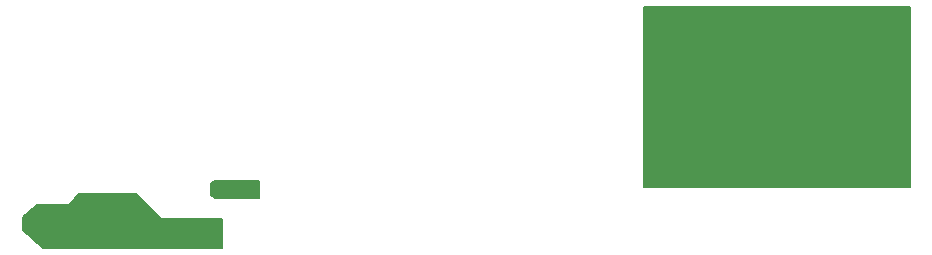
<source format=gbr>
%TF.GenerationSoftware,KiCad,Pcbnew,(6.0.7)*%
%TF.CreationDate,2022-09-05T21:16:32+02:00*%
%TF.ProjectId,rcp2n64adv2,72637032-6e36-4346-9164-76322e6b6963,v20220903*%
%TF.SameCoordinates,Original*%
%TF.FileFunction,Other,User*%
%FSLAX46Y46*%
G04 Gerber Fmt 4.6, Leading zero omitted, Abs format (unit mm)*
G04 Created by KiCad (PCBNEW (6.0.7)) date 2022-09-05 21:16:32*
%MOMM*%
%LPD*%
G01*
G04 APERTURE LIST*
%ADD10C,0.150000*%
G04 APERTURE END LIST*
D10*
X145350000Y-94050000D02*
X167800000Y-94050000D01*
X167800000Y-94050000D02*
X167800000Y-109300000D01*
X167800000Y-109300000D02*
X145350000Y-109300000D01*
X145350000Y-109300000D02*
X145350000Y-94050000D01*
G36*
X145350000Y-94050000D02*
G01*
X167800000Y-94050000D01*
X167800000Y-109300000D01*
X145350000Y-109300000D01*
X145350000Y-94050000D01*
G37*
G36*
X112750000Y-110250000D02*
G01*
X109000000Y-110250000D01*
X108700000Y-109950000D01*
X108700000Y-109000000D01*
X108900000Y-108800000D01*
X112750000Y-108800000D01*
X112750000Y-110250000D01*
G37*
X112750000Y-110250000D02*
X109000000Y-110250000D01*
X108700000Y-109950000D01*
X108700000Y-109000000D01*
X108900000Y-108800000D01*
X112750000Y-108800000D01*
X112750000Y-110250000D01*
G36*
X104450000Y-112000000D02*
G01*
X109630000Y-112000000D01*
X109630000Y-114450000D01*
X94400000Y-114450000D01*
X92750000Y-112900000D01*
X92750000Y-111850000D01*
X93900000Y-110800000D01*
X96600000Y-110800000D01*
X97500000Y-109900000D01*
X102350000Y-109900000D01*
X104450000Y-112000000D01*
G37*
X104450000Y-112000000D02*
X109630000Y-112000000D01*
X109630000Y-114450000D01*
X94400000Y-114450000D01*
X92750000Y-112900000D01*
X92750000Y-111850000D01*
X93900000Y-110800000D01*
X96600000Y-110800000D01*
X97500000Y-109900000D01*
X102350000Y-109900000D01*
X104450000Y-112000000D01*
M02*

</source>
